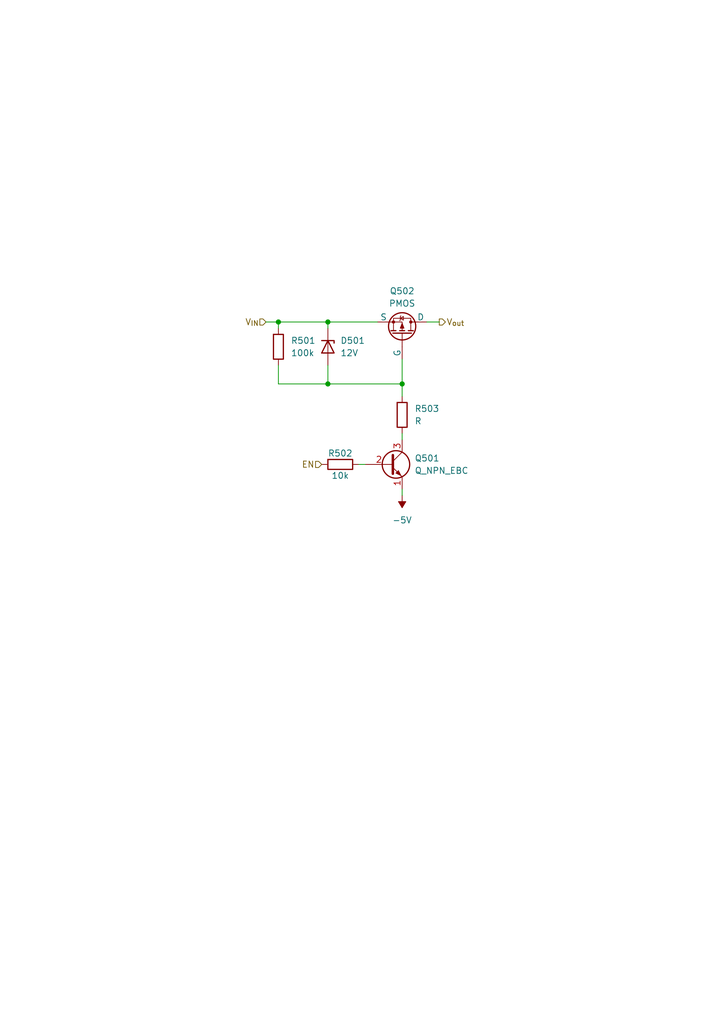
<source format=kicad_sch>
(kicad_sch (version 20231120) (generator "eeschema") (generator_version "8.0")
  (paper "A5" portrait)
  (title_block (title "Power supply - low level driver") (date "2024-06-28"))
  (lib_symbols
    (symbol "Device:D_Zener" (pin_numbers hide) (pin_names (offset 1.016) hide)
      (property "Reference" "D" (at 0 2.54 0))
      (property "Value" "D_Zener" (at 0 -2.54 0))
      (symbol "D_Zener_0_1"
        (polyline (pts (xy 1.27 0) (xy -1.27 0)))
        (polyline (pts (xy -1.27 -1.27) (xy -1.27 1.27) (xy -0.762 1.27)) (stroke (width 0.254)))
        (polyline (pts (xy 1.27 -1.27) (xy 1.27 1.27) (xy -1.27 0) (xy 1.27 -1.27)) (stroke (width 0.254)))
      )
      (symbol "D_Zener_1_1"
        (pin passive line (at -3.81 0 0) (length 2.54) (name "K") (number "1"))
        (pin passive line (at 3.81 0 180) (length 2.54) (name "A") (number "2"))
      )
    )
    (symbol "Device:Q_NPN_EBC" (pin_names (offset 0) hide)
      (property "Reference" "Q" (at 5.08 1.27 0))
      (property "Value" "Q_NPN_EBC" (at 5.08 -1.27 0))
      (symbol "Q_NPN_EBC_0_1"
        (polyline (pts (xy 0.635 0.635) (xy 2.54 2.54)))
        (polyline (pts (xy 0.635 -0.635) (xy 2.54 -2.54) (xy 2.54 -2.54)))
        (polyline (pts (xy 0.635 1.905) (xy 0.635 -1.905) (xy 0.635 -1.905)) (stroke (width 0.508)))
        (polyline (pts (xy 1.27 -1.778) (xy 1.778 -1.27) (xy 2.286 -2.286) (xy 1.27 -1.778) (xy 1.27 -1.778)) (fill (type outline)))
        (circle (center 1.27 0) (radius 2.8194) (stroke (width 0.254)))
      )
      (symbol "Q_NPN_EBC_1_1"
        (pin passive line (at 2.54 -5.08 90) (length 2.54) (name "E") (number "1"))
        (pin passive line (at -5.08 0 0) (length 5.715) (name "B") (number "2"))
        (pin passive line (at 2.54 5.08 270) (length 2.54) (name "C") (number "3"))
      )
    )
    (symbol "Device:R" (pin_numbers hide) (pin_names (offset 0))
      (property "Reference" "R" (at 2.032 0 90))
      (property "Value" "R" (at 0 0 90))
      (symbol "R_0_1"
        (rectangle (start -1.016 -2.54) (end 1.016 2.54) (stroke (width 0.254)))
      )
      (symbol "R_1_1"
        (pin passive line (at 0 3.81 270) (length 1.27) (name "~") (number "1"))
        (pin passive line (at 0 -3.81 90) (length 1.27) (name "~") (number "2"))
      )
    )
    (symbol "Simulation_SPICE:PMOS" (pin_numbers hide) (pin_names (offset 0))
      (property "Reference" "Q" (at 5.08 1.27 0))
      (property "Value" "PMOS" (at 5.08 -1.27 0))
      (symbol "PMOS_0_1"
        (polyline (pts (xy 0.254 0) (xy -2.54 0)))
        (polyline (pts (xy 0.254 1.905) (xy 0.254 -1.905)) (stroke (width 0.254)))
        (polyline (pts (xy 0.762 -1.27) (xy 0.762 -2.286)) (stroke (width 0.254)))
        (polyline (pts (xy 0.762 0.508) (xy 0.762 -0.508)) (stroke (width 0.254)))
        (polyline (pts (xy 0.762 2.286) (xy 0.762 1.27)) (stroke (width 0.254)))
        (polyline (pts (xy 2.54 2.54) (xy 2.54 1.778)))
        (polyline (pts (xy 2.54 -2.54) (xy 2.54 0) (xy 0.762 0)))
        (polyline (pts (xy 0.762 1.778) (xy 3.302 1.778) (xy 3.302 -1.778) (xy 0.762 -1.778)))
        (polyline (pts (xy 2.286 0) (xy 1.27 0.381) (xy 1.27 -0.381) (xy 2.286 0)) (fill (type outline)))
        (polyline (pts (xy 2.794 -0.508) (xy 2.921 -0.381) (xy 3.683 -0.381) (xy 3.81 -0.254)))
        (polyline (pts (xy 3.302 -0.381) (xy 2.921 0.254) (xy 3.683 0.254) (xy 3.302 -0.381)))
        (circle (center 1.651 0) (radius 2.794) (stroke (width 0.254)))
        (circle (center 2.54 -1.778) (radius 0.254) (fill (type outline)))
        (circle (center 2.54 1.778) (radius 0.254) (fill (type outline)))
      )
      (symbol "PMOS_1_1"
        (pin passive line (at 2.54 5.08 270) (length 2.54) (name "D") (number "1"))
        (pin input line (at -5.08 0 0) (length 2.54) (name "G") (number "2"))
        (pin passive line (at 2.54 -5.08 90) (length 2.54) (name "S") (number "3"))
      )
    )
    (symbol "power:-5V" (power) (pin_numbers hide) (pin_names (offset 0) hide)
      (property "Value" "-5V" (at 0 3.556 0))
      (symbol "-5V_0_0"
        (pin power_in line (at 0 0 90) (length 0) (name "~") (number "1"))
      )
      (symbol "-5V_0_1"
        (polyline (pts (xy 0 0) (xy 0 1.27) (xy 0.762 1.27) (xy 0 2.54) (xy -0.762 1.27) (xy 0 1.27)) (fill (type outline)))
      )
    )
  )
  (junction (at 67.31 78.74))
  (junction (at 57.15 66.04))
  (junction (at 82.55 78.74))
  (junction (at 67.31 66.04))
  (wire (pts (xy 82.55 78.74) (xy 82.55 81.28)))
  (wire (pts (xy 67.31 66.04) (xy 77.47 66.04)))
  (wire (pts (xy 57.15 78.74) (xy 67.31 78.74)))
  (wire (pts (xy 82.55 100.33) (xy 82.55 101.6)))
  (wire (pts (xy 82.55 88.9) (xy 82.55 90.17)))
  (wire (pts (xy 67.31 74.93) (xy 67.31 78.74)))
  (wire (pts (xy 87.63 66.04) (xy 90.17 66.04)))
  (wire (pts (xy 57.15 74.93) (xy 57.15 78.74)))
  (wire (pts (xy 57.15 66.04) (xy 67.31 66.04)))
  (wire (pts (xy 54.61 66.04) (xy 57.15 66.04)))
  (wire (pts (xy 73.66 95.25) (xy 74.93 95.25)))
  (wire (pts (xy 82.55 78.74) (xy 82.55 73.66)))
  (wire (pts (xy 67.31 66.04) (xy 67.31 67.31)))
  (wire (pts (xy 67.31 78.74) (xy 82.55 78.74)))
  (wire (pts (xy 57.15 67.31) (xy 57.15 66.04)))
  (hierarchical_label "V_{IN}" (shape input) (at 54.61 66.04 180))
  (hierarchical_label "EN" (shape input) (at 66.04 95.25 180))
  (hierarchical_label "V_{out}" (shape output) (at 90.17 66.04 0))
  (symbol (lib_id "Device:R") (at 82.55 85.09 0) (mirror y) (unit 1)
    (property "Reference" "R503" (at 85.09 83.8199 0) (effects (justify right)))
    (property "Value" "R" (at 85.09 86.3599 0) (effects (justify right)))
    (property "Description" "Resistor" (effects (hide yes)))
    (instances (project "Low-level-driver" (path "" (reference "R503") (unit 1)) (path "" (reference "R403") (unit 1))))
  )
  (symbol (lib_id "Simulation_SPICE:PMOS") (at 82.55 68.58 270) (mirror x) (unit 1)
    (property "Reference" "Q502" (at 82.55 59.69 90))
    (property "Value" "PMOS" (at 82.55 62.23 90))
    (property "Datasheet" "https://ngspice.sourceforge.io/docs/ngspice-html-manual/manual.xhtml#cha_MOSFETs" (effects (hide yes)))
    (property "Description" "P-MOSFET transistor, drain/source/gate" (effects (hide yes)))
    (property "Sim.Device" "PMOS" (effects (hide yes)))
    (property "Sim.Type" "VDMOS" (effects (hide yes)))
    (property "Sim.Pins" "1=D 2=G 3=S" (effects (hide yes)))
    (instances (project "Low-level-driver" (path "" (reference "Q502") (unit 1)) (path "" (reference "Q402") (unit 1))))
  )
  (symbol (lib_id "Device:R") (at 57.15 71.12 0) (mirror y) (unit 1)
    (property "Reference" "R501" (at 59.69 69.8499 0) (effects (justify right)))
    (property "Value" "100k" (at 59.69 72.3899 0) (effects (justify right)))
    (property "Description" "Resistor" (effects (hide yes)))
    (instances (project "Low-level-driver" (path "" (reference "R501") (unit 1)) (path "" (reference "R401") (unit 1))))
  )
  (symbol (lib_id "Device:R") (at 69.85 95.25 90) (unit 1)
    (property "Reference" "R502" (at 69.85 92.964 90))
    (property "Value" "10k" (at 69.85 97.536 90))
    (instances (project "Low-level-driver" (path "" (reference "R502") (unit 1)) (path "" (reference "R402") (unit 1))))
  )
  (symbol (lib_id "Device:Q_NPN_EBC") (at 80.01 95.25 0) (unit 1)
    (property "Reference" "Q501" (at 85.09 93.9799 0) (effects (justify left)))
    (property "Value" "Q_NPN_EBC" (at 85.09 96.5199 0) (effects (justify left)))
    (property "Description" "NPN transistor, emitter/base/collector" (effects (hide yes)))
    (instances (project "Low-level-driver" (path "" (reference "Q501") (unit 1)) (path "" (reference "Q401") (unit 1))))
  )
  (symbol (lib_id "power:-5V") (at 82.55 101.6 180) (unit 1)
    (property "Reference" "#PWR0501" (effects (hide yes)))
    (property "Value" "-5V" (at 82.55 106.68 0))
    (property "Description" "Power symbol creates a global label with name \"-5V\"" (effects (hide yes)))
    (instances (project "Low-level-driver" (path "" (reference "#PWR0501") (unit 1)) (path "" (reference "#PWR0401") (unit 1))))
  )
  (symbol (lib_id "Device:D_Zener") (at 67.31 71.12 270) (unit 1)
    (property "Reference" "D501" (at 69.85 69.8499 90) (effects (justify left)))
    (property "Value" "12V" (at 69.85 72.3899 90) (effects (justify left)))
    (property "Description" "Zener diode" (effects (hide yes)))
    (instances (project "Low-level-driver" (path "" (reference "D501") (unit 1)) (path "" (reference "D401") (unit 1))))
  )
)
</source>
